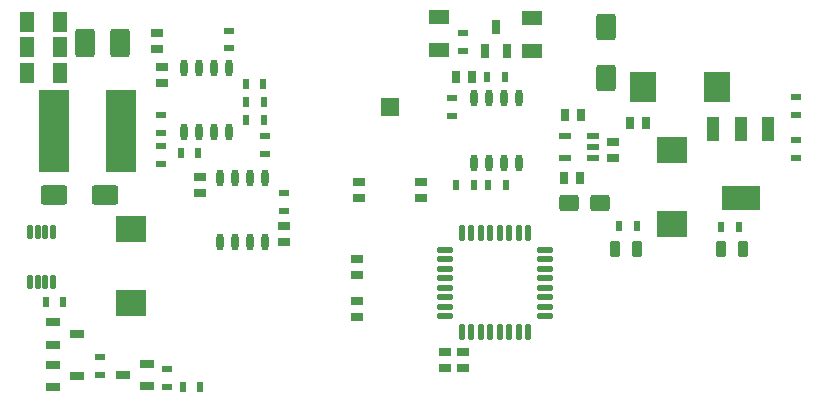
<source format=gtp>
G04*
G04 #@! TF.GenerationSoftware,Altium Limited,Altium Designer,18.1.1 (9)*
G04*
G04 Layer_Color=8421504*
%FSLAX42Y42*%
%MOMM*%
G71*
G01*
G75*
%ADD15O,0.55X1.40*%
%ADD16O,1.40X0.55*%
%ADD17R,3.25X2.15*%
%ADD18R,1.00X2.15*%
%ADD19R,1.00X0.60*%
%ADD20R,1.20X0.70*%
G04:AMPARAMS|DCode=21|XSize=1.22mm|YSize=0.45mm|CornerRadius=0.11mm|HoleSize=0mm|Usage=FLASHONLY|Rotation=270.000|XOffset=0mm|YOffset=0mm|HoleType=Round|Shape=RoundedRectangle|*
%AMROUNDEDRECTD21*
21,1,1.22,0.23,0,0,270.0*
21,1,1.00,0.45,0,0,270.0*
1,1,0.22,-0.11,-0.50*
1,1,0.22,-0.11,0.50*
1,1,0.22,0.11,0.50*
1,1,0.22,0.11,-0.50*
%
%ADD21ROUNDEDRECTD21*%
%ADD22O,0.60X1.45*%
%ADD23R,1.75X1.25*%
%ADD24R,0.95X0.60*%
%ADD25R,0.60X0.95*%
G04:AMPARAMS|DCode=26|XSize=0.86mm|YSize=1.35mm|CornerRadius=0.22mm|HoleSize=0mm|Usage=FLASHONLY|Rotation=0.000|XOffset=0mm|YOffset=0mm|HoleType=Round|Shape=RoundedRectangle|*
%AMROUNDEDRECTD26*
21,1,0.86,0.91,0,0,0.0*
21,1,0.42,1.35,0,0,0.0*
1,1,0.44,0.21,-0.46*
1,1,0.44,-0.21,-0.46*
1,1,0.44,-0.21,0.46*
1,1,0.44,0.21,0.46*
%
%ADD26ROUNDEDRECTD26*%
G04:AMPARAMS|DCode=27|XSize=2.27mm|YSize=1.65mm|CornerRadius=0.25mm|HoleSize=0mm|Usage=FLASHONLY|Rotation=180.000|XOffset=0mm|YOffset=0mm|HoleType=Round|Shape=RoundedRectangle|*
%AMROUNDEDRECTD27*
21,1,2.27,1.16,0,0,180.0*
21,1,1.78,1.65,0,0,180.0*
1,1,0.50,-0.89,0.58*
1,1,0.50,0.89,0.58*
1,1,0.50,0.89,-0.58*
1,1,0.50,-0.89,-0.58*
%
%ADD27ROUNDEDRECTD27*%
G04:AMPARAMS|DCode=28|XSize=2.27mm|YSize=1.65mm|CornerRadius=0.25mm|HoleSize=0mm|Usage=FLASHONLY|Rotation=270.000|XOffset=0mm|YOffset=0mm|HoleType=Round|Shape=RoundedRectangle|*
%AMROUNDEDRECTD28*
21,1,2.27,1.16,0,0,270.0*
21,1,1.78,1.65,0,0,270.0*
1,1,0.50,-0.58,-0.89*
1,1,0.50,-0.58,0.89*
1,1,0.50,0.58,0.89*
1,1,0.50,0.58,-0.89*
%
%ADD28ROUNDEDRECTD28*%
%ADD29R,1.30X1.80*%
%ADD30R,1.00X0.80*%
%ADD31R,0.80X1.00*%
%ADD32R,2.60X7.00*%
G04:AMPARAMS|DCode=33|XSize=2.26mm|YSize=2.62mm|CornerRadius=0.25mm|HoleSize=0mm|Usage=FLASHONLY|Rotation=0.000|XOffset=0mm|YOffset=0mm|HoleType=Round|Shape=RoundedRectangle|*
%AMROUNDEDRECTD33*
21,1,2.26,2.12,0,0,0.0*
21,1,1.76,2.62,0,0,0.0*
1,1,0.50,0.88,-1.06*
1,1,0.50,-0.88,-1.06*
1,1,0.50,-0.88,1.06*
1,1,0.50,0.88,1.06*
%
%ADD33ROUNDEDRECTD33*%
%ADD34R,0.70X1.20*%
G04:AMPARAMS|DCode=35|XSize=2.26mm|YSize=2.62mm|CornerRadius=0.25mm|HoleSize=0mm|Usage=FLASHONLY|Rotation=90.000|XOffset=0mm|YOffset=0mm|HoleType=Round|Shape=RoundedRectangle|*
%AMROUNDEDRECTD35*
21,1,2.26,2.12,0,0,90.0*
21,1,1.76,2.62,0,0,90.0*
1,1,0.50,1.06,0.88*
1,1,0.50,1.06,-0.88*
1,1,0.50,-1.06,-0.88*
1,1,0.50,-1.06,0.88*
%
%ADD35ROUNDEDRECTD35*%
G04:AMPARAMS|DCode=36|XSize=1.66mm|YSize=1.42mm|CornerRadius=0.25mm|HoleSize=0mm|Usage=FLASHONLY|Rotation=0.000|XOffset=0mm|YOffset=0mm|HoleType=Round|Shape=RoundedRectangle|*
%AMROUNDEDRECTD36*
21,1,1.66,0.92,0,0,0.0*
21,1,1.16,1.42,0,0,0.0*
1,1,0.50,0.58,-0.46*
1,1,0.50,-0.58,-0.46*
1,1,0.50,-0.58,0.46*
1,1,0.50,0.58,0.46*
%
%ADD36ROUNDEDRECTD36*%
%ADD37R,1.50X1.50*%
G04:AMPARAMS|DCode=38|XSize=1.66mm|YSize=2.42mm|CornerRadius=0.25mm|HoleSize=0mm|Usage=FLASHONLY|Rotation=0.000|XOffset=0mm|YOffset=0mm|HoleType=Round|Shape=RoundedRectangle|*
%AMROUNDEDRECTD38*
21,1,1.66,1.92,0,0,0.0*
21,1,1.16,2.42,0,0,0.0*
1,1,0.50,0.58,-0.96*
1,1,0.50,-0.58,-0.96*
1,1,0.50,-0.58,0.96*
1,1,0.50,0.58,0.96*
%
%ADD38ROUNDEDRECTD38*%
G04:AMPARAMS|DCode=39|XSize=1.66mm|YSize=2.4mm|CornerRadius=0.25mm|HoleSize=0mm|Usage=FLASHONLY|Rotation=180.000|XOffset=0mm|YOffset=0mm|HoleType=Round|Shape=RoundedRectangle|*
%AMROUNDEDRECTD39*
21,1,1.66,1.90,0,0,180.0*
21,1,1.16,2.40,0,0,180.0*
1,1,0.50,-0.58,0.95*
1,1,0.50,0.58,0.95*
1,1,0.50,0.58,-0.95*
1,1,0.50,-0.58,-0.95*
%
%ADD39ROUNDEDRECTD39*%
D15*
X4210Y2330D02*
D03*
X4290D02*
D03*
X4370D02*
D03*
X4450D02*
D03*
X4530D02*
D03*
X4610D02*
D03*
X4690D02*
D03*
X4770D02*
D03*
Y1490D02*
D03*
X4690D02*
D03*
X4610D02*
D03*
X4530D02*
D03*
X4450D02*
D03*
X4370D02*
D03*
X4290D02*
D03*
X4210D02*
D03*
D16*
X4910Y2190D02*
D03*
Y2110D02*
D03*
Y2030D02*
D03*
Y1950D02*
D03*
Y1870D02*
D03*
Y1790D02*
D03*
Y1710D02*
D03*
Y1630D02*
D03*
X4070D02*
D03*
Y1710D02*
D03*
Y1790D02*
D03*
Y1870D02*
D03*
Y1950D02*
D03*
Y2030D02*
D03*
Y2110D02*
D03*
Y2190D02*
D03*
D17*
X6570Y2627D02*
D03*
D18*
X6340Y3212D02*
D03*
X6570D02*
D03*
X6800D02*
D03*
D19*
X5320Y2965D02*
D03*
Y3060D02*
D03*
Y3155D02*
D03*
X5080D02*
D03*
Y2965D02*
D03*
D20*
X748Y1215D02*
D03*
Y1025D02*
D03*
X952Y1120D02*
D03*
X748Y1575D02*
D03*
Y1385D02*
D03*
X952Y1480D02*
D03*
X1542Y1035D02*
D03*
Y1225D02*
D03*
X1338Y1130D02*
D03*
D21*
X553Y1918D02*
D03*
X618D02*
D03*
X682D02*
D03*
X747D02*
D03*
Y2342D02*
D03*
X682D02*
D03*
X618D02*
D03*
X553D02*
D03*
D22*
X1859Y3188D02*
D03*
X1986D02*
D03*
X2114D02*
D03*
X2241D02*
D03*
X1859Y3733D02*
D03*
X1986D02*
D03*
X2114D02*
D03*
X2241D02*
D03*
X2159Y2258D02*
D03*
X2286D02*
D03*
X2414D02*
D03*
X2541D02*
D03*
X2159Y2802D02*
D03*
X2286D02*
D03*
X2414D02*
D03*
X2541D02*
D03*
X4310Y2927D02*
D03*
X4437D02*
D03*
X4563D02*
D03*
X4690D02*
D03*
X4310Y3472D02*
D03*
X4437D02*
D03*
X4563D02*
D03*
X4690D02*
D03*
D23*
X4800Y4155D02*
D03*
Y3875D02*
D03*
X4020Y4160D02*
D03*
Y3880D02*
D03*
D24*
X2240Y4045D02*
D03*
Y3895D02*
D03*
X2540Y3005D02*
D03*
Y3155D02*
D03*
X2700Y2520D02*
D03*
Y2670D02*
D03*
X1150Y1280D02*
D03*
Y1130D02*
D03*
X1710Y1180D02*
D03*
Y1030D02*
D03*
X1660Y3180D02*
D03*
Y3330D02*
D03*
Y2920D02*
D03*
Y3070D02*
D03*
X7040Y2970D02*
D03*
Y3120D02*
D03*
Y3330D02*
D03*
Y3480D02*
D03*
X4125Y3475D02*
D03*
Y3325D02*
D03*
X4220Y4025D02*
D03*
Y3875D02*
D03*
D25*
X2530Y3590D02*
D03*
X2380D02*
D03*
X2535Y3440D02*
D03*
X2385D02*
D03*
X835Y1750D02*
D03*
X685D02*
D03*
X1980Y3010D02*
D03*
X1830D02*
D03*
X2385Y3290D02*
D03*
X2535D02*
D03*
X1995Y1030D02*
D03*
X1845D02*
D03*
X5690Y2390D02*
D03*
X5540D02*
D03*
X6405Y2380D02*
D03*
X6555D02*
D03*
X4310Y2740D02*
D03*
X4160D02*
D03*
X4435D02*
D03*
X4585D02*
D03*
X4575Y3650D02*
D03*
X4425D02*
D03*
D26*
X5694Y2200D02*
D03*
X5506D02*
D03*
X6407D02*
D03*
X6593D02*
D03*
D27*
X753Y2650D02*
D03*
X1186D02*
D03*
D28*
X5430Y3644D02*
D03*
Y4076D02*
D03*
D29*
X530Y3690D02*
D03*
X810D02*
D03*
X530Y3910D02*
D03*
X810D02*
D03*
X530Y4120D02*
D03*
X810D02*
D03*
D30*
X1670Y3735D02*
D03*
Y3600D02*
D03*
X1630Y4028D02*
D03*
Y3892D02*
D03*
X1990Y2805D02*
D03*
Y2670D02*
D03*
X2700Y2260D02*
D03*
Y2395D02*
D03*
X5490Y3100D02*
D03*
Y2965D02*
D03*
X4070Y1190D02*
D03*
Y1325D02*
D03*
X4220Y1190D02*
D03*
Y1325D02*
D03*
X3320Y1620D02*
D03*
Y1755D02*
D03*
Y2108D02*
D03*
Y1973D02*
D03*
X3860Y2630D02*
D03*
Y2765D02*
D03*
X3340Y2630D02*
D03*
Y2765D02*
D03*
D31*
X5215Y3330D02*
D03*
X5080D02*
D03*
X5210Y2800D02*
D03*
X5075D02*
D03*
X4297Y3650D02*
D03*
X4162D02*
D03*
X5633Y3260D02*
D03*
X5767D02*
D03*
D32*
X757Y3200D02*
D03*
X1320D02*
D03*
D33*
X6372Y3570D02*
D03*
X5747D02*
D03*
D34*
X4500Y4075D02*
D03*
X4405Y3872D02*
D03*
X4595D02*
D03*
D35*
X5990Y3033D02*
D03*
Y2408D02*
D03*
X1410Y2365D02*
D03*
Y1740D02*
D03*
D36*
X5383Y2590D02*
D03*
X5117D02*
D03*
D37*
X3600Y3400D02*
D03*
D38*
X1318Y3940D02*
D03*
D39*
X1023D02*
D03*
M02*

</source>
